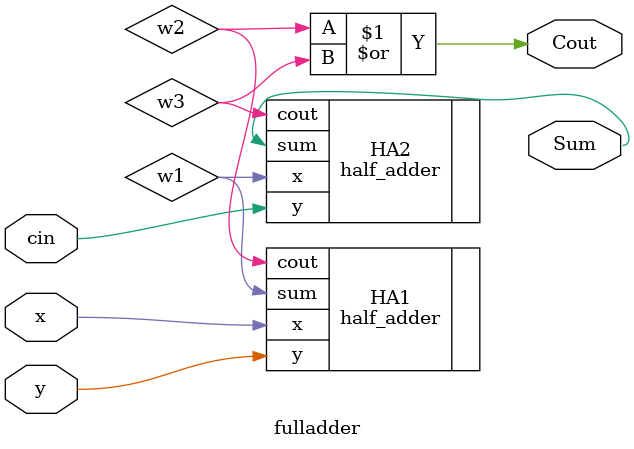
<source format=v>
`timescale 1ns / 1ps

module fulladder(x, y, cin, Cout, Sum);
    input x, y, cin;
    output Cout, Sum;
    wire w1, w2, w3;

    // First half adder
    half_adder HA1(.x(x), .y(y), .sum(w1), .cout(w2));

    // Second half adder
    half_adder HA2(.x(w1), .y(cin), .sum(Sum), .cout(w3));

    // Final carry output
    or g1(Cout, w2, w3);
endmodule

</source>
